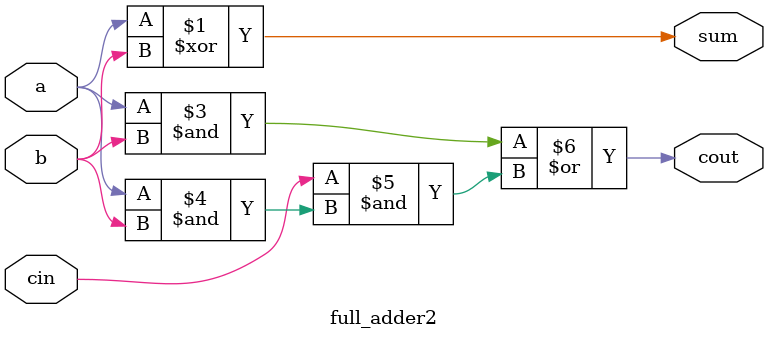
<source format=v>
module full_adder2(a,b,cin,sum,cout);
input a,b,cin;
output sum,cout;
assign sum = a^b^1'b0;
assign cout = a&b|cin&(a&b); 
// initial begin
//     $display("The incorrect adder with xor1 having in2/0");
// end   
endmodule
</source>
